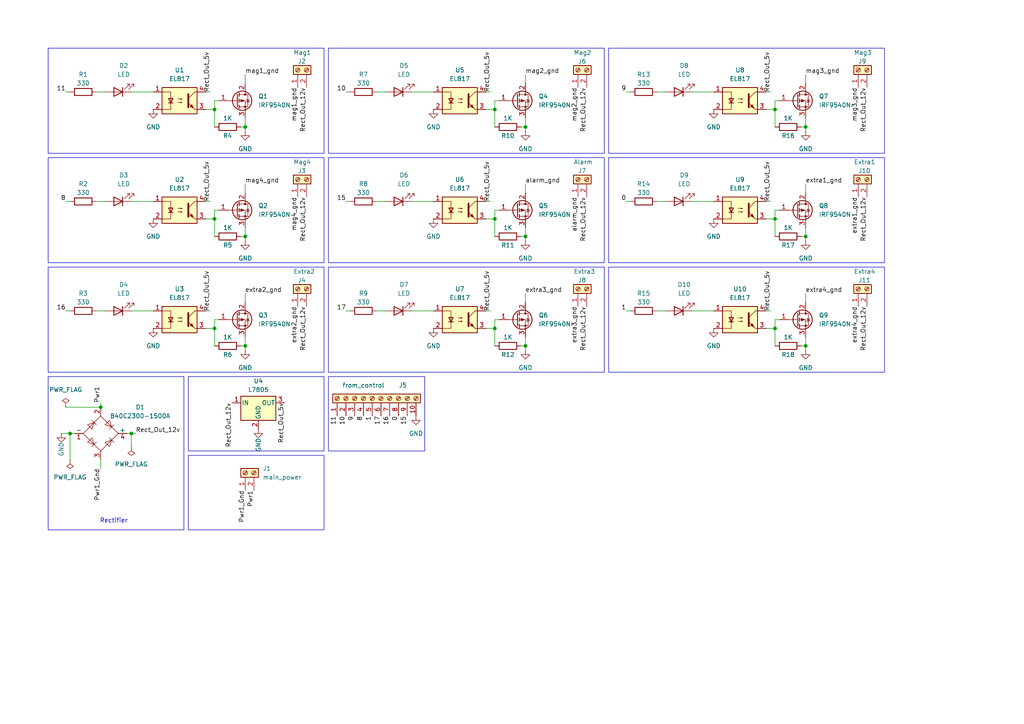
<source format=kicad_sch>
(kicad_sch (version 20231120) (generator "eeschema") (generator_version "8.0")
  (paper "A4")
  (lib_symbols
    (symbol "Connector:Screw_Terminal_01x02" (pin_names (offset 1.016) hide)
      (property "Reference" "J" (at 0 2.54 0))
      (property "Value" "Screw_Terminal_01x02" (at 0 -5.08 0))
      (symbol "Screw_Terminal_01x02_1_1"
        (rectangle (start -1.27 1.27) (end 1.27 -3.81) (stroke (width 0.254)) (fill (type background)))
        (circle (center 0 -2.54) (radius 0.635) (stroke (width 0.1524)))
        (polyline (pts (xy -0.5334 -2.2098) (xy 0.3302 -3.048)) (stroke (width 0.1524)))
        (polyline (pts (xy -0.5334 0.3302) (xy 0.3302 -0.508)) (stroke (width 0.1524)))
        (polyline (pts (xy -0.3556 -2.032) (xy 0.508 -2.8702)) (stroke (width 0.1524)))
        (polyline (pts (xy -0.3556 0.508) (xy 0.508 -0.3302)) (stroke (width 0.1524)))
        (circle (center 0 0) (radius 0.635) (stroke (width 0.1524)))
        (pin passive line (at -5.08 0 0) (length 3.81) (name "Pin_1") (number "1"))
        (pin passive line (at -5.08 -2.54 0) (length 3.81) (name "Pin_2") (number "2"))
      )
    )
    (symbol "Connector:Screw_Terminal_01x10" (pin_names (offset 1.016) hide)
      (property "Reference" "J" (at 0 12.7 0))
      (property "Value" "Screw_Terminal_01x10" (at 0 -15.24 0))
      (symbol "Screw_Terminal_01x10_1_1"
        (rectangle (start -1.27 11.43) (end 1.27 -13.97) (stroke (width 0.254)) (fill (type background)))
        (circle (center 0 -12.7) (radius 0.635) (stroke (width 0.1524)))
        (circle (center 0 -10.16) (radius 0.635) (stroke (width 0.1524)))
        (circle (center 0 -7.62) (radius 0.635) (stroke (width 0.1524)))
        (circle (center 0 -5.08) (radius 0.635) (stroke (width 0.1524)))
        (circle (center 0 -2.54) (radius 0.635) (stroke (width 0.1524)))
        (polyline (pts (xy -0.5334 -12.3698) (xy 0.3302 -13.208)) (stroke (width 0.1524)))
        (polyline (pts (xy -0.5334 -9.8298) (xy 0.3302 -10.668)) (stroke (width 0.1524)))
        (polyline (pts (xy -0.5334 -7.2898) (xy 0.3302 -8.128)) (stroke (width 0.1524)))
        (polyline (pts (xy -0.5334 -4.7498) (xy 0.3302 -5.588)) (stroke (width 0.1524)))
        (polyline (pts (xy -0.5334 -2.2098) (xy 0.3302 -3.048)) (stroke (width 0.1524)))
        (polyline (pts (xy -0.5334 0.3302) (xy 0.3302 -0.508)) (stroke (width 0.1524)))
        (polyline (pts (xy -0.5334 2.8702) (xy 0.3302 2.032)) (stroke (width 0.1524)))
        (polyline (pts (xy -0.5334 5.4102) (xy 0.3302 4.572)) (stroke (width 0.1524)))
        (polyline (pts (xy -0.5334 7.9502) (xy 0.3302 7.112)) (stroke (width 0.1524)))
        (polyline (pts (xy -0.5334 10.4902) (xy 0.3302 9.652)) (stroke (width 0.1524)))
        (polyline (pts (xy -0.3556 -12.192) (xy 0.508 -13.0302)) (stroke (width 0.1524)))
        (polyline (pts (xy -0.3556 -9.652) (xy 0.508 -10.4902)) (stroke (width 0.1524)))
        (polyline (pts (xy -0.3556 -7.112) (xy 0.508 -7.9502)) (stroke (width 0.1524)))
        (polyline (pts (xy -0.3556 -4.572) (xy 0.508 -5.4102)) (stroke (width 0.1524)))
        (polyline (pts (xy -0.3556 -2.032) (xy 0.508 -2.8702)) (stroke (width 0.1524)))
        (polyline (pts (xy -0.3556 0.508) (xy 0.508 -0.3302)) (stroke (width 0.1524)))
        (polyline (pts (xy -0.3556 3.048) (xy 0.508 2.2098)) (stroke (width 0.1524)))
        (polyline (pts (xy -0.3556 5.588) (xy 0.508 4.7498)) (stroke (width 0.1524)))
        (polyline (pts (xy -0.3556 8.128) (xy 0.508 7.2898)) (stroke (width 0.1524)))
        (polyline (pts (xy -0.3556 10.668) (xy 0.508 9.8298)) (stroke (width 0.1524)))
        (circle (center 0 0) (radius 0.635) (stroke (width 0.1524)))
        (circle (center 0 2.54) (radius 0.635) (stroke (width 0.1524)))
        (circle (center 0 5.08) (radius 0.635) (stroke (width 0.1524)))
        (circle (center 0 7.62) (radius 0.635) (stroke (width 0.1524)))
        (circle (center 0 10.16) (radius 0.635) (stroke (width 0.1524)))
        (pin passive line (at -5.08 10.16 0) (length 3.81) (name "Pin_1") (number "1"))
        (pin passive line (at -5.08 -12.7 0) (length 3.81) (name "Pin_10") (number "10"))
        (pin passive line (at -5.08 7.62 0) (length 3.81) (name "Pin_2") (number "2"))
        (pin passive line (at -5.08 5.08 0) (length 3.81) (name "Pin_3") (number "3"))
        (pin passive line (at -5.08 2.54 0) (length 3.81) (name "Pin_4") (number "4"))
        (pin passive line (at -5.08 0 0) (length 3.81) (name "Pin_5") (number "5"))
        (pin passive line (at -5.08 -2.54 0) (length 3.81) (name "Pin_6") (number "6"))
        (pin passive line (at -5.08 -5.08 0) (length 3.81) (name "Pin_7") (number "7"))
        (pin passive line (at -5.08 -7.62 0) (length 3.81) (name "Pin_8") (number "8"))
        (pin passive line (at -5.08 -10.16 0) (length 3.81) (name "Pin_9") (number "9"))
      )
    )
    (symbol "Device:LED" (pin_numbers hide) (pin_names (offset 1.016) hide)
      (property "Reference" "D" (at 0 2.54 0))
      (property "Value" "LED" (at 0 -2.54 0))
      (symbol "LED_0_1"
        (polyline (pts (xy -1.27 -1.27) (xy -1.27 1.27)) (stroke (width 0.254)))
        (polyline (pts (xy -1.27 0) (xy 1.27 0)))
        (polyline (pts (xy 1.27 -1.27) (xy 1.27 1.27) (xy -1.27 0) (xy 1.27 -1.27)) (stroke (width 0.254)))
        (polyline (pts (xy -3.048 -0.762) (xy -4.572 -2.286) (xy -3.81 -2.286) (xy -4.572 -2.286) (xy -4.572 -1.524)))
        (polyline (pts (xy -1.778 -0.762) (xy -3.302 -2.286) (xy -2.54 -2.286) (xy -3.302 -2.286) (xy -3.302 -1.524)))
      )
      (symbol "LED_1_1"
        (pin passive line (at -3.81 0 0) (length 2.54) (name "K") (number "1"))
        (pin passive line (at 3.81 0 180) (length 2.54) (name "A") (number "2"))
      )
    )
    (symbol "Device:R" (pin_numbers hide) (pin_names (offset 0))
      (property "Reference" "R" (at 2.032 0 90))
      (property "Value" "R" (at 0 0 90))
      (symbol "R_0_1"
        (rectangle (start -1.016 -2.54) (end 1.016 2.54) (stroke (width 0.254)))
      )
      (symbol "R_1_1"
        (pin passive line (at 0 3.81 270) (length 1.27) (name "~") (number "1"))
        (pin passive line (at 0 -3.81 90) (length 1.27) (name "~") (number "2"))
      )
    )
    (symbol "Diode_Bridge:B40C2300-1500A" (pin_names (offset 0))
      (property "Reference" "D" (at 2.54 6.985 0))
      (property "Value" "B40C2300-1500A" (at 2.54 5.08 0))
      (symbol "B40C2300-1500A_0_1"
        (polyline (pts (xy -2.54 3.81) (xy -1.27 2.54)))
        (polyline (pts (xy -1.27 -2.54) (xy -2.54 -3.81)))
        (polyline (pts (xy 2.54 -1.27) (xy 3.81 -2.54)))
        (polyline (pts (xy 2.54 1.27) (xy 3.81 2.54)))
        (polyline (pts (xy -3.81 2.54) (xy -2.54 1.27) (xy -1.905 3.175) (xy -3.81 2.54)))
        (polyline (pts (xy -2.54 -1.27) (xy -3.81 -2.54) (xy -1.905 -3.175) (xy -2.54 -1.27)))
        (polyline (pts (xy 1.27 2.54) (xy 2.54 3.81) (xy 3.175 1.905) (xy 1.27 2.54)))
        (polyline (pts (xy 3.175 -1.905) (xy 1.27 -2.54) (xy 2.54 -3.81) (xy 3.175 -1.905)))
        (polyline (pts (xy -5.08 0) (xy 0 -5.08) (xy 5.08 0) (xy 0 5.08) (xy -5.08 0)))
      )
      (symbol "B40C2300-1500A_1_1"
        (pin passive line (at -7.62 0 0) (length 2.54) (name "-") (number "1"))
        (pin passive line (at 0 7.62 270) (length 2.54) (name "~") (number "2"))
        (pin passive line (at 0 -7.62 90) (length 2.54) (name "~") (number "3"))
        (pin passive line (at 7.62 0 180) (length 2.54) (name "+") (number "4"))
      )
    )
    (symbol "Isolator:EL817" (pin_names (offset 1.016))
      (property "Reference" "U" (at -5.08 5.08 0))
      (property "Value" "EL817" (at 0 5.08 0))
      (symbol "EL817_0_1"
        (rectangle (start -5.08 3.81) (end 5.08 -3.81) (stroke (width 0.254)) (fill (type background)))
        (polyline (pts (xy -3.175 -0.635) (xy -1.905 -0.635)) (stroke (width 0.254)))
        (polyline (pts (xy 2.54 0.635) (xy 4.445 2.54)))
        (polyline (pts (xy 4.445 -2.54) (xy 2.54 -0.635)) (fill (type outline)))
        (polyline (pts (xy 4.445 -2.54) (xy 5.08 -2.54)))
        (polyline (pts (xy 4.445 2.54) (xy 5.08 2.54)))
        (polyline (pts (xy -5.08 2.54) (xy -2.54 2.54) (xy -2.54 -0.635)))
        (polyline (pts (xy -2.54 -0.635) (xy -2.54 -2.54) (xy -5.08 -2.54)))
        (polyline (pts (xy 2.54 1.905) (xy 2.54 -1.905) (xy 2.54 -1.905)) (stroke (width 0.508)))
        (polyline (pts (xy -2.54 -0.635) (xy -3.175 0.635) (xy -1.905 0.635) (xy -2.54 -0.635)) (stroke (width 0.254)))
        (polyline (pts (xy -0.508 -0.508) (xy 0.762 -0.508) (xy 0.381 -0.635) (xy 0.381 -0.381) (xy 0.762 -0.508)))
        (polyline (pts (xy -0.508 0.508) (xy 0.762 0.508) (xy 0.381 0.381) (xy 0.381 0.635) (xy 0.762 0.508)))
        (polyline (pts (xy 3.048 -1.651) (xy 3.556 -1.143) (xy 4.064 -2.159) (xy 3.048 -1.651) (xy 3.048 -1.651)) (fill (type outline)))
      )
      (symbol "EL817_1_1"
        (pin passive line (at -7.62 2.54 0) (length 2.54) (name "~") (number "1"))
        (pin passive line (at -7.62 -2.54 0) (length 2.54) (name "~") (number "2"))
        (pin passive line (at 7.62 -2.54 180) (length 2.54) (name "~") (number "3"))
        (pin passive line (at 7.62 2.54 180) (length 2.54) (name "~") (number "4"))
      )
    )
    (symbol "Regulator_Linear:L7805" (pin_names (offset 0.254))
      (property "Reference" "U" (at -3.81 3.175 0))
      (property "Value" "L7805" (at 0 3.175 0))
      (symbol "L7805_0_1"
        (rectangle (start -5.08 1.905) (end 5.08 -5.08) (stroke (width 0.254)) (fill (type background)))
      )
      (symbol "L7805_1_1"
        (pin power_in line (at -7.62 0 0) (length 2.54) (name "IN") (number "1"))
        (pin power_in line (at 0 -7.62 90) (length 2.54) (name "GND") (number "2"))
        (pin power_out line (at 7.62 0 180) (length 2.54) (name "OUT") (number "3"))
      )
    )
    (symbol "Transistor_FET:IRF9540N" (pin_names hide)
      (property "Reference" "Q" (at 5.08 1.905 0))
      (property "Value" "IRF9540N" (at 5.08 0 0))
      (symbol "IRF9540N_0_1"
        (polyline (pts (xy 0.254 0) (xy -2.54 0)))
        (polyline (pts (xy 0.254 1.905) (xy 0.254 -1.905)) (stroke (width 0.254)))
        (polyline (pts (xy 0.762 -1.27) (xy 0.762 -2.286)) (stroke (width 0.254)))
        (polyline (pts (xy 0.762 0.508) (xy 0.762 -0.508)) (stroke (width 0.254)))
        (polyline (pts (xy 0.762 2.286) (xy 0.762 1.27)) (stroke (width 0.254)))
        (polyline (pts (xy 2.54 2.54) (xy 2.54 1.778)))
        (polyline (pts (xy 2.54 -2.54) (xy 2.54 0) (xy 0.762 0)))
        (polyline (pts (xy 0.762 1.778) (xy 3.302 1.778) (xy 3.302 -1.778) (xy 0.762 -1.778)))
        (polyline (pts (xy 2.286 0) (xy 1.27 0.381) (xy 1.27 -0.381) (xy 2.286 0)) (fill (type outline)))
        (polyline (pts (xy 2.794 -0.508) (xy 2.921 -0.381) (xy 3.683 -0.381) (xy 3.81 -0.254)))
        (polyline (pts (xy 3.302 -0.381) (xy 2.921 0.254) (xy 3.683 0.254) (xy 3.302 -0.381)))
        (circle (center 1.651 0) (radius 2.794) (stroke (width 0.254)))
        (circle (center 2.54 -1.778) (radius 0.254) (fill (type outline)))
        (circle (center 2.54 1.778) (radius 0.254) (fill (type outline)))
      )
      (symbol "IRF9540N_1_1"
        (pin input line (at -5.08 0 0) (length 2.54) (name "G") (number "1"))
        (pin passive line (at 2.54 5.08 270) (length 2.54) (name "D") (number "2"))
        (pin passive line (at 2.54 -5.08 90) (length 2.54) (name "S") (number "3"))
      )
    )
    (symbol "power:GND" (power) (pin_numbers hide) (pin_names (offset 0) hide)
      (property "Value" "GND" (at 0 -3.81 0))
      (symbol "GND_0_1"
        (polyline (pts (xy 0 0) (xy 0 -1.27) (xy 1.27 -1.27) (xy 0 -2.54) (xy -1.27 -1.27) (xy 0 -1.27)))
      )
      (symbol "GND_1_1"
        (pin power_in line (at 0 0 270) (length 0) (name "~") (number "1"))
      )
    )
    (symbol "power:PWR_FLAG" (power) (pin_numbers hide) (pin_names (offset 0) hide)
      (property "Value" "PWR_FLAG" (at 0 3.81 0))
      (symbol "PWR_FLAG_0_0"
        (pin power_out line (at 0 0 90) (length 0) (name "~") (number "1"))
      )
      (symbol "PWR_FLAG_0_1"
        (polyline (pts (xy 0 0) (xy 0 1.27) (xy -1.016 1.905) (xy 0 2.54) (xy 1.016 1.905) (xy 0 1.27)))
      )
    )
  )
  (junction (at 62.23 31.75))
  (junction (at 233.68 68.58))
  (junction (at 143.51 95.25))
  (junction (at 152.4 68.58))
  (junction (at 224.79 31.75))
  (junction (at 224.79 95.25))
  (junction (at 233.68 36.83))
  (junction (at 71.12 68.58))
  (junction (at 71.12 100.33))
  (junction (at 233.68 100.33))
  (junction (at 38.1 125.73))
  (junction (at 143.51 63.5))
  (junction (at 62.23 63.5))
  (junction (at 224.79 63.5))
  (junction (at 62.23 95.25))
  (junction (at 71.12 36.83))
  (junction (at 29.21 118.11))
  (junction (at 20.32 125.73))
  (junction (at 152.4 36.83))
  (junction (at 143.51 31.75))
  (junction (at 152.4 100.33))
  (wire (pts (xy 152.4 36.83) (xy 152.4 34.29)))
  (wire (pts (xy 19.05 118.11) (xy 29.21 118.11)))
  (wire (pts (xy 224.79 31.75) (xy 224.79 36.83)))
  (wire (pts (xy 109.22 26.67) (xy 111.76 26.67)))
  (wire (pts (xy 143.51 95.25) (xy 143.51 100.33)))
  (wire (pts (xy 152.4 21.59) (xy 152.4 24.13)))
  (wire (pts (xy 143.51 60.96) (xy 143.51 63.5)))
  (wire (pts (xy 71.12 68.58) (xy 71.12 66.04)))
  (wire (pts (xy 233.68 36.83) (xy 233.68 34.29)))
  (wire (pts (xy 224.79 95.25) (xy 224.79 100.33)))
  (wire (pts (xy 62.23 63.5) (xy 59.69 63.5)))
  (wire (pts (xy 233.68 69.85) (xy 233.68 68.58)))
  (wire (pts (xy 60.96 90.17) (xy 59.69 90.17)))
  (wire (pts (xy 224.79 31.75) (xy 222.25 31.75)))
  (wire (pts (xy 224.79 29.21) (xy 224.79 31.75)))
  (wire (pts (xy 71.12 36.83) (xy 71.12 34.29)))
  (wire (pts (xy 200.66 90.17) (xy 207.01 90.17)))
  (wire (pts (xy 152.4 38.1) (xy 152.4 36.83)))
  (wire (pts (xy 233.68 101.6) (xy 233.68 100.33)))
  (wire (pts (xy 232.41 36.83) (xy 233.68 36.83)))
  (wire (pts (xy 100.33 90.17) (xy 101.6 90.17)))
  (wire (pts (xy 38.1 58.42) (xy 44.45 58.42)))
  (wire (pts (xy 71.12 101.6) (xy 71.12 100.33)))
  (wire (pts (xy 233.68 85.09) (xy 233.68 87.63)))
  (wire (pts (xy 223.52 90.17) (xy 222.25 90.17)))
  (wire (pts (xy 63.5 60.96) (xy 62.23 60.96)))
  (wire (pts (xy 109.22 90.17) (xy 111.76 90.17)))
  (wire (pts (xy 143.51 63.5) (xy 140.97 63.5)))
  (wire (pts (xy 19.05 58.42) (xy 20.32 58.42)))
  (wire (pts (xy 69.85 100.33) (xy 71.12 100.33)))
  (wire (pts (xy 62.23 31.75) (xy 59.69 31.75)))
  (wire (pts (xy 69.85 68.58) (xy 71.12 68.58)))
  (wire (pts (xy 69.85 36.83) (xy 71.12 36.83)))
  (wire (pts (xy 233.68 38.1) (xy 233.68 36.83)))
  (wire (pts (xy 233.68 68.58) (xy 233.68 66.04)))
  (wire (pts (xy 38.1 90.17) (xy 44.45 90.17)))
  (wire (pts (xy 62.23 95.25) (xy 62.23 100.33)))
  (wire (pts (xy 71.12 85.09) (xy 71.12 87.63)))
  (wire (pts (xy 38.1 125.73) (xy 36.83 125.73)))
  (wire (pts (xy 20.32 125.73) (xy 21.59 125.73)))
  (wire (pts (xy 144.78 92.71) (xy 143.51 92.71)))
  (wire (pts (xy 143.51 29.21) (xy 143.51 31.75)))
  (wire (pts (xy 62.23 63.5) (xy 62.23 68.58)))
  (wire (pts (xy 223.52 26.67) (xy 222.25 26.67)))
  (wire (pts (xy 60.96 58.42) (xy 59.69 58.42)))
  (wire (pts (xy 224.79 92.71) (xy 224.79 95.25)))
  (wire (pts (xy 63.5 29.21) (xy 62.23 29.21)))
  (wire (pts (xy 143.51 92.71) (xy 143.51 95.25)))
  (wire (pts (xy 190.5 58.42) (xy 193.04 58.42)))
  (wire (pts (xy 62.23 29.21) (xy 62.23 31.75)))
  (wire (pts (xy 71.12 69.85) (xy 71.12 68.58)))
  (wire (pts (xy 27.94 26.67) (xy 30.48 26.67)))
  (wire (pts (xy 27.94 90.17) (xy 30.48 90.17)))
  (wire (pts (xy 20.32 125.73) (xy 20.32 133.35)))
  (wire (pts (xy 109.22 58.42) (xy 111.76 58.42)))
  (wire (pts (xy 71.12 53.34) (xy 71.12 55.88)))
  (wire (pts (xy 233.68 100.33) (xy 233.68 97.79)))
  (wire (pts (xy 142.24 58.42) (xy 140.97 58.42)))
  (wire (pts (xy 152.4 101.6) (xy 152.4 100.33)))
  (wire (pts (xy 143.51 95.25) (xy 140.97 95.25)))
  (wire (pts (xy 143.51 31.75) (xy 140.97 31.75)))
  (wire (pts (xy 119.38 58.42) (xy 125.73 58.42)))
  (wire (pts (xy 39.37 125.73) (xy 38.1 125.73)))
  (wire (pts (xy 144.78 29.21) (xy 143.51 29.21)))
  (wire (pts (xy 200.66 58.42) (xy 207.01 58.42)))
  (wire (pts (xy 142.24 26.67) (xy 140.97 26.67)))
  (wire (pts (xy 224.79 60.96) (xy 224.79 63.5)))
  (wire (pts (xy 233.68 21.59) (xy 233.68 24.13)))
  (wire (pts (xy 62.23 92.71) (xy 62.23 95.25)))
  (wire (pts (xy 232.41 68.58) (xy 233.68 68.58)))
  (wire (pts (xy 62.23 60.96) (xy 62.23 63.5)))
  (wire (pts (xy 226.06 92.71) (xy 224.79 92.71)))
  (wire (pts (xy 151.13 100.33) (xy 152.4 100.33)))
  (wire (pts (xy 232.41 100.33) (xy 233.68 100.33)))
  (wire (pts (xy 119.38 90.17) (xy 125.73 90.17)))
  (wire (pts (xy 71.12 38.1) (xy 71.12 36.83)))
  (wire (pts (xy 29.21 116.84) (xy 29.21 118.11)))
  (wire (pts (xy 63.5 92.71) (xy 62.23 92.71)))
  (wire (pts (xy 151.13 68.58) (xy 152.4 68.58)))
  (wire (pts (xy 152.4 85.09) (xy 152.4 87.63)))
  (wire (pts (xy 27.94 58.42) (xy 30.48 58.42)))
  (wire (pts (xy 152.4 100.33) (xy 152.4 97.79)))
  (wire (pts (xy 151.13 36.83) (xy 152.4 36.83)))
  (wire (pts (xy 71.12 100.33) (xy 71.12 97.79)))
  (wire (pts (xy 19.05 26.67) (xy 20.32 26.67)))
  (wire (pts (xy 224.79 63.5) (xy 224.79 68.58)))
  (wire (pts (xy 119.38 26.67) (xy 125.73 26.67)))
  (wire (pts (xy 190.5 90.17) (xy 193.04 90.17)))
  (wire (pts (xy 38.1 125.73) (xy 38.1 129.54)))
  (wire (pts (xy 223.52 58.42) (xy 222.25 58.42)))
  (wire (pts (xy 190.5 26.67) (xy 193.04 26.67)))
  (wire (pts (xy 71.12 21.59) (xy 71.12 24.13)))
  (wire (pts (xy 29.21 135.89) (xy 29.21 133.35)))
  (wire (pts (xy 142.24 90.17) (xy 140.97 90.17)))
  (wire (pts (xy 38.1 26.67) (xy 44.45 26.67)))
  (wire (pts (xy 152.4 68.58) (xy 152.4 66.04)))
  (wire (pts (xy 181.61 58.42) (xy 182.88 58.42)))
  (wire (pts (xy 200.66 26.67) (xy 207.01 26.67)))
  (wire (pts (xy 224.79 95.25) (xy 222.25 95.25)))
  (wire (pts (xy 100.33 58.42) (xy 101.6 58.42)))
  (wire (pts (xy 226.06 60.96) (xy 224.79 60.96)))
  (wire (pts (xy 233.68 53.34) (xy 233.68 55.88)))
  (wire (pts (xy 143.51 31.75) (xy 143.51 36.83)))
  (wire (pts (xy 17.78 125.73) (xy 20.32 125.73)))
  (wire (pts (xy 60.96 26.67) (xy 59.69 26.67)))
  (wire (pts (xy 181.61 90.17) (xy 182.88 90.17)))
  (wire (pts (xy 144.78 60.96) (xy 143.51 60.96)))
  (wire (pts (xy 152.4 69.85) (xy 152.4 68.58)))
  (wire (pts (xy 226.06 29.21) (xy 224.79 29.21)))
  (wire (pts (xy 19.05 90.17) (xy 20.32 90.17)))
  (wire (pts (xy 143.51 63.5) (xy 143.51 68.58)))
  (wire (pts (xy 62.23 95.25) (xy 59.69 95.25)))
  (wire (pts (xy 181.61 26.67) (xy 182.88 26.67)))
  (wire (pts (xy 152.4 53.34) (xy 152.4 55.88)))
  (wire (pts (xy 100.33 26.67) (xy 101.6 26.67)))
  (wire (pts (xy 62.23 31.75) (xy 62.23 36.83)))
  (wire (pts (xy 224.79 63.5) (xy 222.25 63.5)))
  (rectangle (start 13.97 13.97) (end 93.98 44.45))
  (rectangle (start 13.97 109.22) (end 53.34 153.67))
  (rectangle (start 95.25 109.22) (end 123.19 130.81))
  (rectangle (start 13.97 77.47) (end 93.98 107.95))
  (rectangle (start 95.25 77.47) (end 175.26 107.95))
  (rectangle (start 54.61 109.22) (end 93.98 130.81))
  (rectangle (start 176.53 77.47) (end 256.54 107.95))
  (rectangle (start 176.53 45.72) (end 256.54 76.2))
  (rectangle (start 54.61 132.08) (end 93.98 153.67))
  (rectangle (start 13.97 45.72) (end 93.98 76.2))
  (rectangle (start 176.53 13.97) (end 256.54 44.45))
  (rectangle (start 95.25 13.97) (end 175.26 44.45))
  (rectangle (start 95.25 45.72) (end 175.26 76.2))
  (text "Rectifier" (at 33.02 151.13 0) (effects (font (size 1.27 1.27))))
  (label "10" (at 100.33 120.65 270))
  (label "0" (at 181.61 58.42 180))
  (label "Rect_Out_12v" (at 88.9 88.9 270))
  (label "alarm_gnd" (at 152.4 53.34 0))
  (label "extra4_gnd" (at 248.92 88.9 270))
  (label "8" (at 19.05 58.42 180))
  (label "1" (at 107.95 120.65 270))
  (label "Rect_Out_5v" (at 223.52 90.17 90))
  (label "mag1_gnd" (at 71.12 21.59 0))
  (label "11" (at 19.05 26.67 180))
  (label "extra3_gnd" (at 167.64 88.9 270))
  (label "mag1_gnd" (at 86.36 25.4 270))
  (label "extra1_gnd" (at 233.68 53.34 0))
  (label "mag4_gnd" (at 71.12 53.34 0))
  (label "Rect_Out_5v" (at 142.24 26.67 90))
  (label "mag3_gnd" (at 233.68 21.59 0))
  (label "16" (at 113.03 120.65 270))
  (label "10" (at 100.33 26.67 180))
  (label "Rect_Out_5v" (at 82.55 116.84 270))
  (label "Rect_Out_5v" (at 223.52 58.42 90))
  (label "Rect_Out_5v" (at 142.24 90.17 90))
  (label "Rect_Out_12v" (at 251.46 88.9 270))
  (label "9" (at 102.87 120.65 270))
  (label "Pwr1" (at 29.21 116.84 90))
  (label "Rect_Out_5v" (at 223.52 26.67 90))
  (label "mag2_gnd" (at 167.64 25.4 270))
  (label "extra2_gnd" (at 86.36 88.9 270))
  (label "0" (at 115.57 120.65 270))
  (label "Rect_Out_5v" (at 60.96 58.42 90))
  (label "17" (at 110.49 120.65 270))
  (label "Rect_Out_12v" (at 88.9 25.4 270))
  (label "mag4_gnd" (at 86.36 57.15 270))
  (label "1" (at 181.61 90.17 180))
  (label "Rect_Out_12v" (at 170.18 88.9 270))
  (label "mag2_gnd" (at 152.4 21.59 0))
  (label "Rect_Out_5v" (at 60.96 26.67 90))
  (label "15" (at 118.11 120.65 270))
  (label "17" (at 100.33 90.17 180))
  (label "11" (at 97.79 120.65 270))
  (label "Rect_Out_12v" (at 251.46 57.15 270))
  (label "alarm_gnd" (at 167.64 57.15 270))
  (label "extra4_gnd" (at 233.68 85.09 0))
  (label "extra2_gnd" (at 71.12 85.09 0))
  (label "Rect_Out_12v" (at 170.18 57.15 270))
  (label "Pwr1_Gnd" (at 71.12 142.24 270))
  (label "extra3_gnd" (at 152.4 85.09 0))
  (label "Pwr1_Gnd" (at 29.21 135.89 270))
  (label "Rect_Out_12v" (at 67.31 116.84 270))
  (label "Rect_Out_12v" (at 251.46 25.4 270))
  (label "mag3_gnd" (at 248.92 25.4 270))
  (label "Rect_Out_5v" (at 142.24 58.42 90))
  (label "16" (at 19.05 90.17 180))
  (label "extra1_gnd" (at 248.92 57.15 270))
  (label "8" (at 105.41 120.65 270))
  (label "Pwr1" (at 73.66 142.24 270))
  (label "Rect_Out_12v" (at 39.37 125.73 0))
  (label "9" (at 181.61 26.67 180))
  (label "Rect_Out_12v" (at 170.18 25.4 270))
  (label "15" (at 100.33 58.42 180))
  (label "Rect_Out_5v" (at 60.96 90.17 90))
  (label "Rect_Out_12v" (at 88.9 57.15 270))
  (symbol (lib_id "power:GND") (at 207.01 95.25 0) (unit 1)
    (property "Reference" "#PWR018" (effects (hide yes)))
    (property "Value" "GND" (at 207.01 100.33 0))
    (property "Description" "Power symbol creates a global label with name \"GND\" , ground" (effects (hide yes)))
  )
  (symbol (lib_id "power:PWR_FLAG") (at 19.05 118.11 0) (unit 1)
    (property "Reference" "#FLG01" (effects (hide yes)))
    (property "Value" "PWR_FLAG" (at 19.05 113.03 0))
    (property "Description" "Special symbol for telling ERC where power comes from" (effects (hide yes)))
  )
  (symbol (lib_id "Device:R") (at 228.6 36.83 90) (unit 1)
    (property "Reference" "R16" (at 228.6 39.37 90))
    (property "Value" "1K" (at 228.6 34.29 90))
    (property "Footprint" "Resistor_THT:R_Axial_DIN0204_L3.6mm_D1.6mm_P7.62mm_Horizontal" (effects (hide yes)))
    (property "Description" "Resistor" (effects (hide yes)))
  )
  (symbol (lib_id "Connector:Screw_Terminal_01x02") (at 71.12 137.16 90) (unit 1)
    (property "Reference" "J1" (at 76.2 135.8899 90) (effects (justify right)))
    (property "Value" "main_power" (at 76.2 138.4299 90) (effects (justify right)))
    (property "Footprint" "MyLibrary:TerminalBlock_bornier-2_P5.08mm" (effects (hide yes)))
    (property "Description" "Generic screw terminal, single row, 01x02, script generated (kicad-library-utils/schlib/autogen/connector/)" (effects (hide yes)))
  )
  (symbol (lib_id "power:GND") (at 207.01 31.75 0) (unit 1)
    (property "Reference" "#PWR016" (effects (hide yes)))
    (property "Value" "GND" (at 207.01 36.83 0))
    (property "Description" "Power symbol creates a global label with name \"GND\" , ground" (effects (hide yes)))
  )
  (symbol (lib_id "Isolator:EL817") (at 133.35 29.21 0) (unit 1)
    (property "Reference" "U5" (at 133.35 20.32 0))
    (property "Value" "EL817" (at 133.35 22.86 0))
    (property "Footprint" "Package_DIP:DIP-4_W7.62mm" (effects (hide yes)))
    (property "Datasheet" "http://www.everlight.com/file/ProductFile/EL817.pdf" (effects (hide yes)))
    (property "Description" "DC Optocoupler, Vce 35V, DIP-4" (effects (hide yes)))
  )
  (symbol (lib_id "Device:R") (at 186.69 58.42 90) (unit 1)
    (property "Reference" "R14" (at 186.69 53.34 90))
    (property "Value" "330" (at 186.69 55.88 90))
    (property "Footprint" "Resistor_THT:R_Axial_DIN0204_L3.6mm_D1.6mm_P7.62mm_Horizontal" (effects (hide yes)))
    (property "Description" "Resistor" (effects (hide yes)))
  )
  (symbol (lib_id "Device:R") (at 147.32 68.58 90) (unit 1)
    (property "Reference" "R11" (at 147.32 71.12 90))
    (property "Value" "1K" (at 147.32 66.04 90))
    (property "Footprint" "Resistor_THT:R_Axial_DIN0204_L3.6mm_D1.6mm_P7.62mm_Horizontal" (effects (hide yes)))
    (property "Description" "Resistor" (effects (hide yes)))
  )
  (symbol (lib_id "power:GND") (at 74.93 124.46 0) (mirror y) (unit 1)
    (property "Reference" "#PWR08" (effects (hide yes)))
    (property "Value" "GND" (at 74.93 127 90) (effects (justify right)))
    (property "Description" "Power symbol creates a global label with name \"GND\" , ground" (effects (hide yes)))
  )
  (symbol (lib_id "power:GND") (at 17.78 125.73 0) (mirror y) (unit 1)
    (property "Reference" "#PWR01" (effects (hide yes)))
    (property "Value" "GND" (at 17.78 128.27 90) (effects (justify right)))
    (property "Description" "Power symbol creates a global label with name \"GND\" , ground" (effects (hide yes)))
  )
  (symbol (lib_id "power:GND") (at 44.45 63.5 0) (unit 1)
    (property "Reference" "#PWR03" (effects (hide yes)))
    (property "Value" "GND" (at 44.45 68.58 0))
    (property "Description" "Power symbol creates a global label with name \"GND\" , ground" (effects (hide yes)))
  )
  (symbol (lib_id "Device:LED") (at 34.29 26.67 180) (unit 1)
    (property "Reference" "D2" (at 35.8775 19.05 0))
    (property "Value" "LED" (at 35.8775 21.59 0))
    (property "Footprint" "LED_THT:LED_D3.0mm" (effects (hide yes)))
    (property "Description" "Light emitting diode" (effects (hide yes)))
  )
  (symbol (lib_id "Device:R") (at 66.04 68.58 90) (unit 1)
    (property "Reference" "R5" (at 66.04 71.12 90))
    (property "Value" "1K" (at 66.04 66.04 90))
    (property "Footprint" "Resistor_THT:R_Axial_DIN0204_L3.6mm_D1.6mm_P7.62mm_Horizontal" (effects (hide yes)))
    (property "Description" "Resistor" (effects (hide yes)))
  )
  (symbol (lib_id "Transistor_FET:IRF9540N") (at 149.86 29.21 0) (unit 1)
    (property "Reference" "Q4" (at 156.21 27.9399 0) (effects (justify left)))
    (property "Value" "IRF9540N" (at 156.21 30.4799 0) (effects (justify left)))
    (property "Footprint" "Package_TO_SOT_THT:TO-220-3_Vertical" (effects (hide yes)))
    (property "Datasheet" "http://www.irf.com/product-info/datasheets/data/irf9540n.pdf" (effects (hide yes)))
    (property "Description" "-23A Id, -100V Vds, 117mOhm Rds, P-Channel HEXFET Power MOSFET, TO-220" (effects (hide yes)))
  )
  (symbol (lib_id "Device:R") (at 24.13 58.42 90) (unit 1)
    (property "Reference" "R2" (at 24.13 53.34 90))
    (property "Value" "330" (at 24.13 55.88 90))
    (property "Footprint" "Resistor_THT:R_Axial_DIN0204_L3.6mm_D1.6mm_P7.62mm_Horizontal" (effects (hide yes)))
    (property "Description" "Resistor" (effects (hide yes)))
  )
  (symbol (lib_id "Device:LED") (at 115.57 90.17 180) (unit 1)
    (property "Reference" "D7" (at 117.1575 82.55 0))
    (property "Value" "LED" (at 117.1575 85.09 0))
    (property "Footprint" "LED_THT:LED_D3.0mm" (effects (hide yes)))
    (property "Description" "Light emitting diode" (effects (hide yes)))
  )
  (symbol (lib_id "Connector:Screw_Terminal_01x02") (at 86.36 83.82 90) (unit 1)
    (property "Reference" "J4" (at 86.36 81.28 90) (effects (justify right)))
    (property "Value" "Extra2" (at 85.09 78.74 90) (effects (justify right)))
    (property "Footprint" "MyLibrary:TerminalBlock_bornier-2_P5.08mm" (effects (hide yes)))
    (property "Description" "Generic screw terminal, single row, 01x02, script generated (kicad-library-utils/schlib/autogen/connector/)" (effects (hide yes)))
  )
  (symbol (lib_id "Device:LED") (at 115.57 26.67 180) (unit 1)
    (property "Reference" "D5" (at 117.1575 19.05 0))
    (property "Value" "LED" (at 117.1575 21.59 0))
    (property "Footprint" "LED_THT:LED_D3.0mm" (effects (hide yes)))
    (property "Description" "Light emitting diode" (effects (hide yes)))
  )
  (symbol (lib_id "Device:R") (at 147.32 36.83 90) (unit 1)
    (property "Reference" "R10" (at 147.32 39.37 90))
    (property "Value" "1K" (at 147.32 34.29 90))
    (property "Footprint" "Resistor_THT:R_Axial_DIN0204_L3.6mm_D1.6mm_P7.62mm_Horizontal" (effects (hide yes)))
    (property "Description" "Resistor" (effects (hide yes)))
  )
  (symbol (lib_id "Diode_Bridge:B40C2300-1500A") (at 29.21 125.73 0) (unit 1)
    (property "Reference" "D1" (at 40.64 118.11 0))
    (property "Value" "B40C2300-1500A" (at 40.64 120.65 0))
    (property "Footprint" "Diode_THT:Diode_Bridge_19.0x3.5x10.0mm_P5.0mm" (effects (hide yes)))
    (property "Datasheet" "https://diotec.com/tl_files/diotec/files/pdf/datasheets/b40c2300.pdf" (effects (hide yes)))
    (property "Description" "Silicon Bridge Rectifier, 40V Vrms, 1.5A If, pins=-AA+, SIL-package" (effects (hide yes)))
  )
  (symbol (lib_id "Isolator:EL817") (at 133.35 92.71 0) (unit 1)
    (property "Reference" "U7" (at 133.35 83.82 0))
    (property "Value" "EL817" (at 133.35 86.36 0))
    (property "Footprint" "Package_DIP:DIP-4_W7.62mm" (effects (hide yes)))
    (property "Datasheet" "http://www.everlight.com/file/ProductFile/EL817.pdf" (effects (hide yes)))
    (property "Description" "DC Optocoupler, Vce 35V, DIP-4" (effects (hide yes)))
  )
  (symbol (lib_id "Connector:Screw_Terminal_01x02") (at 167.64 20.32 90) (unit 1)
    (property "Reference" "J6" (at 167.64 17.78 90) (effects (justify right)))
    (property "Value" "Mag2" (at 166.37 15.24 90) (effects (justify right)))
    (property "Footprint" "MyLibrary:TerminalBlock_bornier-2_P5.08mm" (effects (hide yes)))
    (property "Description" "Generic screw terminal, single row, 01x02, script generated (kicad-library-utils/schlib/autogen/connector/)" (effects (hide yes)))
  )
  (symbol (lib_id "power:GND") (at 233.68 38.1 0) (unit 1)
    (property "Reference" "#PWR019" (effects (hide yes)))
    (property "Value" "GND" (at 233.68 43.18 0))
    (property "Description" "Power symbol creates a global label with name \"GND\" , ground" (effects (hide yes)))
  )
  (symbol (lib_id "power:GND") (at 120.65 120.65 0) (unit 1)
    (property "Reference" "#PWR09" (effects (hide yes)))
    (property "Value" "GND" (at 120.65 125.73 0))
    (property "Description" "Power symbol creates a global label with name \"GND\" , ground" (effects (hide yes)))
  )
  (symbol (lib_id "Isolator:EL817") (at 133.35 60.96 0) (unit 1)
    (property "Reference" "U6" (at 133.35 52.07 0))
    (property "Value" "EL817" (at 133.35 54.61 0))
    (property "Footprint" "Package_DIP:DIP-4_W7.62mm" (effects (hide yes)))
    (property "Datasheet" "http://www.everlight.com/file/ProductFile/EL817.pdf" (effects (hide yes)))
    (property "Description" "DC Optocoupler, Vce 35V, DIP-4" (effects (hide yes)))
  )
  (symbol (lib_id "Connector:Screw_Terminal_01x02") (at 86.36 52.07 90) (unit 1)
    (property "Reference" "J3" (at 86.36 49.53 90) (effects (justify right)))
    (property "Value" "Mag4" (at 85.09 46.99 90) (effects (justify right)))
    (property "Footprint" "MyLibrary:TerminalBlock_bornier-2_P5.08mm" (effects (hide yes)))
    (property "Description" "Generic screw terminal, single row, 01x02, script generated (kicad-library-utils/schlib/autogen/connector/)" (effects (hide yes)))
  )
  (symbol (lib_id "power:PWR_FLAG") (at 38.1 129.54 180) (unit 1)
    (property "Reference" "#FLG03" (effects (hide yes)))
    (property "Value" "PWR_FLAG" (at 38.1 134.62 0))
    (property "Description" "Special symbol for telling ERC where power comes from" (effects (hide yes)))
  )
  (symbol (lib_id "Device:LED") (at 196.85 26.67 180) (unit 1)
    (property "Reference" "D8" (at 198.4375 19.05 0))
    (property "Value" "LED" (at 198.4375 21.59 0))
    (property "Footprint" "LED_THT:LED_D3.0mm" (effects (hide yes)))
    (property "Description" "Light emitting diode" (effects (hide yes)))
  )
  (symbol (lib_id "Regulator_Linear:L7805") (at 74.93 116.84 0) (unit 1)
    (property "Reference" "U4" (at 74.93 110.49 0))
    (property "Value" "L7805" (at 74.93 113.03 0))
    (property "Footprint" "Package_TO_SOT_THT:TO-220-3_Vertical" (effects (hide yes)))
    (property "Datasheet" "http://www.st.com/content/ccc/resource/technical/document/datasheet/41/4f/b3/b0/12/d4/47/88/CD00000444.pdf/files/CD00000444.pdf/jcr:content/translations/en.CD00000444.pdf" (effects (hide yes)))
    (property "Description" "Positive 1.5A 35V Linear Regulator, Fixed Output 5V, TO-220/TO-263/TO-252" (effects (hide yes)))
  )
  (symbol (lib_id "Isolator:EL817") (at 214.63 29.21 0) (unit 1)
    (property "Reference" "U8" (at 214.63 20.32 0))
    (property "Value" "EL817" (at 214.63 22.86 0))
    (property "Footprint" "Package_DIP:DIP-4_W7.62mm" (effects (hide yes)))
    (property "Datasheet" "http://www.everlight.com/file/ProductFile/EL817.pdf" (effects (hide yes)))
    (property "Description" "DC Optocoupler, Vce 35V, DIP-4" (effects (hide yes)))
  )
  (symbol (lib_id "Transistor_FET:IRF9540N") (at 231.14 60.96 0) (unit 1)
    (property "Reference" "Q8" (at 237.49 59.6899 0) (effects (justify left)))
    (property "Value" "IRF9540N" (at 237.49 62.2299 0) (effects (justify left)))
    (property "Footprint" "Package_TO_SOT_THT:TO-220-3_Vertical" (effects (hide yes)))
    (property "Datasheet" "http://www.irf.com/product-info/datasheets/data/irf9540n.pdf" (effects (hide yes)))
    (property "Description" "-23A Id, -100V Vds, 117mOhm Rds, P-Channel HEXFET Power MOSFET, TO-220" (effects (hide yes)))
  )
  (symbol (lib_id "Isolator:EL817") (at 214.63 92.71 0) (unit 1)
    (property "Reference" "U10" (at 214.63 83.82 0))
    (property "Value" "EL817" (at 214.63 86.36 0))
    (property "Footprint" "Package_DIP:DIP-4_W7.62mm" (effects (hide yes)))
    (property "Datasheet" "http://www.everlight.com/file/ProductFile/EL817.pdf" (effects (hide yes)))
    (property "Description" "DC Optocoupler, Vce 35V, DIP-4" (effects (hide yes)))
  )
  (symbol (lib_id "Transistor_FET:IRF9540N") (at 231.14 92.71 0) (unit 1)
    (property "Reference" "Q9" (at 237.49 91.4399 0) (effects (justify left)))
    (property "Value" "IRF9540N" (at 237.49 93.9799 0) (effects (justify left)))
    (property "Footprint" "Package_TO_SOT_THT:TO-220-3_Vertical" (effects (hide yes)))
    (property "Datasheet" "http://www.irf.com/product-info/datasheets/data/irf9540n.pdf" (effects (hide yes)))
    (property "Description" "-23A Id, -100V Vds, 117mOhm Rds, P-Channel HEXFET Power MOSFET, TO-220" (effects (hide yes)))
  )
  (symbol (lib_id "power:GND") (at 125.73 95.25 0) (unit 1)
    (property "Reference" "#PWR012" (effects (hide yes)))
    (property "Value" "GND" (at 125.73 100.33 0))
    (property "Description" "Power symbol creates a global label with name \"GND\" , ground" (effects (hide yes)))
  )
  (symbol (lib_id "power:GND") (at 233.68 101.6 0) (unit 1)
    (property "Reference" "#PWR021" (effects (hide yes)))
    (property "Value" "GND" (at 233.68 106.68 0))
    (property "Description" "Power symbol creates a global label with name \"GND\" , ground" (effects (hide yes)))
  )
  (symbol (lib_id "Isolator:EL817") (at 52.07 92.71 0) (unit 1)
    (property "Reference" "U3" (at 52.07 83.82 0))
    (property "Value" "EL817" (at 52.07 86.36 0))
    (property "Footprint" "Package_DIP:DIP-4_W7.62mm" (effects (hide yes)))
    (property "Datasheet" "http://www.everlight.com/file/ProductFile/EL817.pdf" (effects (hide yes)))
    (property "Description" "DC Optocoupler, Vce 35V, DIP-4" (effects (hide yes)))
  )
  (symbol (lib_id "power:PWR_FLAG") (at 20.32 133.35 180) (unit 1)
    (property "Reference" "#FLG02" (effects (hide yes)))
    (property "Value" "PWR_FLAG" (at 20.32 138.43 0))
    (property "Description" "Special symbol for telling ERC where power comes from" (effects (hide yes)))
  )
  (symbol (lib_id "power:GND") (at 44.45 31.75 0) (unit 1)
    (property "Reference" "#PWR02" (effects (hide yes)))
    (property "Value" "GND" (at 44.45 36.83 0))
    (property "Description" "Power symbol creates a global label with name \"GND\" , ground" (effects (hide yes)))
  )
  (symbol (lib_id "Connector:Screw_Terminal_01x02") (at 86.36 20.32 90) (unit 1)
    (property "Reference" "J2" (at 86.36 17.78 90) (effects (justify right)))
    (property "Value" "Mag1" (at 85.09 15.24 90) (effects (justify right)))
    (property "Footprint" "MyLibrary:TerminalBlock_bornier-2_P5.08mm" (effects (hide yes)))
    (property "Description" "Generic screw terminal, single row, 01x02, script generated (kicad-library-utils/schlib/autogen/connector/)" (effects (hide yes)))
  )
  (symbol (lib_id "Device:LED") (at 115.57 58.42 180) (unit 1)
    (property "Reference" "D6" (at 117.1575 50.8 0))
    (property "Value" "LED" (at 117.1575 53.34 0))
    (property "Footprint" "LED_THT:LED_D3.0mm" (effects (hide yes)))
    (property "Description" "Light emitting diode" (effects (hide yes)))
  )
  (symbol (lib_id "Device:R") (at 186.69 90.17 90) (unit 1)
    (property "Reference" "R15" (at 186.69 85.09 90))
    (property "Value" "330" (at 186.69 87.63 90))
    (property "Footprint" "Resistor_THT:R_Axial_DIN0204_L3.6mm_D1.6mm_P7.62mm_Horizontal" (effects (hide yes)))
    (property "Description" "Resistor" (effects (hide yes)))
  )
  (symbol (lib_id "Transistor_FET:IRF9540N") (at 149.86 60.96 0) (unit 1)
    (property "Reference" "Q5" (at 156.21 59.6899 0) (effects (justify left)))
    (property "Value" "IRF9540N" (at 156.21 62.2299 0) (effects (justify left)))
    (property "Footprint" "Package_TO_SOT_THT:TO-220-3_Vertical" (effects (hide yes)))
    (property "Datasheet" "http://www.irf.com/product-info/datasheets/data/irf9540n.pdf" (effects (hide yes)))
    (property "Description" "-23A Id, -100V Vds, 117mOhm Rds, P-Channel HEXFET Power MOSFET, TO-220" (effects (hide yes)))
  )
  (symbol (lib_id "Device:LED") (at 196.85 90.17 180) (unit 1)
    (property "Reference" "D10" (at 198.4375 82.55 0))
    (property "Value" "LED" (at 198.4375 85.09 0))
    (property "Footprint" "LED_THT:LED_D3.0mm" (effects (hide yes)))
    (property "Description" "Light emitting diode" (effects (hide yes)))
  )
  (symbol (lib_id "Device:LED") (at 34.29 58.42 180) (unit 1)
    (property "Reference" "D3" (at 35.8775 50.8 0))
    (property "Value" "LED" (at 35.8775 53.34 0))
    (property "Footprint" "LED_THT:LED_D3.0mm" (effects (hide yes)))
    (property "Description" "Light emitting diode" (effects (hide yes)))
  )
  (symbol (lib_id "Connector:Screw_Terminal_01x02") (at 248.92 52.07 90) (unit 1)
    (property "Reference" "J10" (at 248.92 49.53 90) (effects (justify right)))
    (property "Value" "Extra1" (at 247.65 46.99 90) (effects (justify right)))
    (property "Footprint" "MyLibrary:TerminalBlock_bornier-2_P5.08mm" (effects (hide yes)))
    (property "Description" "Generic screw terminal, single row, 01x02, script generated (kicad-library-utils/schlib/autogen/connector/)" (effects (hide yes)))
  )
  (symbol (lib_id "power:GND") (at 71.12 101.6 0) (unit 1)
    (property "Reference" "#PWR07" (effects (hide yes)))
    (property "Value" "GND" (at 71.12 106.68 0))
    (property "Description" "Power symbol creates a global label with name \"GND\" , ground" (effects (hide yes)))
  )
  (symbol (lib_id "Device:R") (at 228.6 68.58 90) (unit 1)
    (property "Reference" "R17" (at 228.6 71.12 90))
    (property "Value" "1K" (at 228.6 66.04 90))
    (property "Footprint" "Resistor_THT:R_Axial_DIN0204_L3.6mm_D1.6mm_P7.62mm_Horizontal" (effects (hide yes)))
    (property "Description" "Resistor" (effects (hide yes)))
  )
  (symbol (lib_id "Device:R") (at 105.41 90.17 90) (unit 1)
    (property "Reference" "R9" (at 105.41 85.09 90))
    (property "Value" "330" (at 105.41 87.63 90))
    (property "Footprint" "Resistor_THT:R_Axial_DIN0204_L3.6mm_D1.6mm_P7.62mm_Horizontal" (effects (hide yes)))
    (property "Description" "Resistor" (effects (hide yes)))
  )
  (symbol (lib_id "power:GND") (at 125.73 31.75 0) (unit 1)
    (property "Reference" "#PWR010" (effects (hide yes)))
    (property "Value" "GND" (at 125.73 36.83 0))
    (property "Description" "Power symbol creates a global label with name \"GND\" , ground" (effects (hide yes)))
  )
  (symbol (lib_id "power:GND") (at 71.12 38.1 0) (unit 1)
    (property "Reference" "#PWR05" (effects (hide yes)))
    (property "Value" "GND" (at 71.12 43.18 0))
    (property "Description" "Power symbol creates a global label with name \"GND\" , ground" (effects (hide yes)))
  )
  (symbol (lib_id "power:GND") (at 71.12 69.85 0) (unit 1)
    (property "Reference" "#PWR06" (effects (hide yes)))
    (property "Value" "GND" (at 71.12 74.93 0))
    (property "Description" "Power symbol creates a global label with name \"GND\" , ground" (effects (hide yes)))
  )
  (symbol (lib_id "Isolator:EL817") (at 52.07 29.21 0) (unit 1)
    (property "Reference" "U1" (at 52.07 20.32 0))
    (property "Value" "EL817" (at 52.07 22.86 0))
    (property "Footprint" "Package_DIP:DIP-4_W7.62mm" (effects (hide yes)))
    (property "Datasheet" "http://www.everlight.com/file/ProductFile/EL817.pdf" (effects (hide yes)))
    (property "Description" "DC Optocoupler, Vce 35V, DIP-4" (effects (hide yes)))
  )
  (symbol (lib_id "Transistor_FET:IRF9540N") (at 68.58 92.71 0) (unit 1)
    (property "Reference" "Q3" (at 74.93 91.4399 0) (effects (justify left)))
    (property "Value" "IRF9540N" (at 74.93 93.9799 0) (effects (justify left)))
    (property "Footprint" "Package_TO_SOT_THT:TO-220-3_Vertical" (effects (hide yes)))
    (property "Datasheet" "http://www.irf.com/product-info/datasheets/data/irf9540n.pdf" (effects (hide yes)))
    (property "Description" "-23A Id, -100V Vds, 117mOhm Rds, P-Channel HEXFET Power MOSFET, TO-220" (effects (hide yes)))
  )
  (symbol (lib_id "Connector:Screw_Terminal_01x02") (at 167.64 52.07 90) (unit 1)
    (property "Reference" "J7" (at 167.64 49.53 90) (effects (justify right)))
    (property "Value" "Alarm" (at 166.37 46.99 90) (effects (justify right)))
    (property "Footprint" "MyLibrary:TerminalBlock_bornier-2_P5.08mm" (effects (hide yes)))
    (property "Description" "Generic screw terminal, single row, 01x02, script generated (kicad-library-utils/schlib/autogen/connector/)" (effects (hide yes)))
  )
  (symbol (lib_id "power:GND") (at 152.4 69.85 0) (unit 1)
    (property "Reference" "#PWR014" (effects (hide yes)))
    (property "Value" "GND" (at 152.4 74.93 0))
    (property "Description" "Power symbol creates a global label with name \"GND\" , ground" (effects (hide yes)))
  )
  (symbol (lib_id "power:GND") (at 44.45 95.25 0) (unit 1)
    (property "Reference" "#PWR04" (effects (hide yes)))
    (property "Value" "GND" (at 44.45 100.33 0))
    (property "Description" "Power symbol creates a global label with name \"GND\" , ground" (effects (hide yes)))
  )
  (symbol (lib_id "power:GND") (at 152.4 38.1 0) (unit 1)
    (property "Reference" "#PWR013" (effects (hide yes)))
    (property "Value" "GND" (at 152.4 43.18 0))
    (property "Description" "Power symbol creates a global label with name \"GND\" , ground" (effects (hide yes)))
  )
  (symbol (lib_id "power:GND") (at 152.4 101.6 0) (unit 1)
    (property "Reference" "#PWR015" (effects (hide yes)))
    (property "Value" "GND" (at 152.4 106.68 0))
    (property "Description" "Power symbol creates a global label with name \"GND\" , ground" (effects (hide yes)))
  )
  (symbol (lib_id "Device:LED") (at 196.85 58.42 180) (unit 1)
    (property "Reference" "D9" (at 198.4375 50.8 0))
    (property "Value" "LED" (at 198.4375 53.34 0))
    (property "Footprint" "LED_THT:LED_D3.0mm" (effects (hide yes)))
    (property "Description" "Light emitting diode" (effects (hide yes)))
  )
  (symbol (lib_id "Device:R") (at 105.41 58.42 90) (unit 1)
    (property "Reference" "R8" (at 105.41 53.34 90))
    (property "Value" "330" (at 105.41 55.88 90))
    (property "Footprint" "Resistor_THT:R_Axial_DIN0204_L3.6mm_D1.6mm_P7.62mm_Horizontal" (effects (hide yes)))
    (property "Description" "Resistor" (effects (hide yes)))
  )
  (symbol (lib_id "Isolator:EL817") (at 214.63 60.96 0) (unit 1)
    (property "Reference" "U9" (at 214.63 52.07 0))
    (property "Value" "EL817" (at 214.63 54.61 0))
    (property "Footprint" "Package_DIP:DIP-4_W7.62mm" (effects (hide yes)))
    (property "Datasheet" "http://www.everlight.com/file/ProductFile/EL817.pdf" (effects (hide yes)))
    (property "Description" "DC Optocoupler, Vce 35V, DIP-4" (effects (hide yes)))
  )
  (symbol (lib_id "Connector:Screw_Terminal_01x02") (at 167.64 83.82 90) (unit 1)
    (property "Reference" "J8" (at 167.64 81.28 90) (effects (justify right)))
    (property "Value" "Extra3" (at 166.37 78.74 90) (effects (justify right)))
    (property "Footprint" "MyLibrary:TerminalBlock_bornier-2_P5.08mm" (effects (hide yes)))
    (property "Description" "Generic screw terminal, single row, 01x02, script generated (kicad-library-utils/schlib/autogen/connector/)" (effects (hide yes)))
  )
  (symbol (lib_id "Device:R") (at 24.13 90.17 90) (unit 1)
    (property "Reference" "R3" (at 24.13 85.09 90))
    (property "Value" "330" (at 24.13 87.63 90))
    (property "Footprint" "Resistor_THT:R_Axial_DIN0204_L3.6mm_D1.6mm_P7.62mm_Horizontal" (effects (hide yes)))
    (property "Description" "Resistor" (effects (hide yes)))
  )
  (symbol (lib_id "Transistor_FET:IRF9540N") (at 68.58 60.96 0) (unit 1)
    (property "Reference" "Q2" (at 74.93 59.6899 0) (effects (justify left)))
    (property "Value" "IRF9540N" (at 74.93 62.2299 0) (effects (justify left)))
    (property "Footprint" "Package_TO_SOT_THT:TO-220-3_Vertical" (effects (hide yes)))
    (property "Datasheet" "http://www.irf.com/product-info/datasheets/data/irf9540n.pdf" (effects (hide yes)))
    (property "Description" "-23A Id, -100V Vds, 117mOhm Rds, P-Channel HEXFET Power MOSFET, TO-220" (effects (hide yes)))
  )
  (symbol (lib_id "Transistor_FET:IRF9540N") (at 231.14 29.21 0) (unit 1)
    (property "Reference" "Q7" (at 237.49 27.9399 0) (effects (justify left)))
    (property "Value" "IRF9540N" (at 237.49 30.4799 0) (effects (justify left)))
    (property "Footprint" "Package_TO_SOT_THT:TO-220-3_Vertical" (effects (hide yes)))
    (property "Datasheet" "http://www.irf.com/product-info/datasheets/data/irf9540n.pdf" (effects (hide yes)))
    (property "Description" "-23A Id, -100V Vds, 117mOhm Rds, P-Channel HEXFET Power MOSFET, TO-220" (effects (hide yes)))
  )
  (symbol (lib_id "Connector:Screw_Terminal_01x10") (at 107.95 115.57 90) (unit 1)
    (property "Reference" "J5" (at 116.84 111.76 90))
    (property "Value" "from_control" (at 105.41 111.76 90))
    (property "Footprint" "Connector_JST:JST_XH_B10B-XH-A_1x10_P2.50mm_Vertical" (effects (hide yes)))
    (property "Description" "Generic screw terminal, single row, 01x10, script generated (kicad-library-utils/schlib/autogen/connector/)" (effects (hide yes)))
  )
  (symbol (lib_id "power:GND") (at 233.68 69.85 0) (unit 1)
    (property "Reference" "#PWR020" (effects (hide yes)))
    (property "Value" "GND" (at 233.68 74.93 0))
    (property "Description" "Power symbol creates a global label with name \"GND\" , ground" (effects (hide yes)))
  )
  (symbol (lib_id "Transistor_FET:IRF9540N") (at 149.86 92.71 0) (unit 1)
    (property "Reference" "Q6" (at 156.21 91.4399 0) (effects (justify left)))
    (property "Value" "IRF9540N" (at 156.21 93.9799 0) (effects (justify left)))
    (property "Footprint" "Package_TO_SOT_THT:TO-220-3_Vertical" (effects (hide yes)))
    (property "Datasheet" "http://www.irf.com/product-info/datasheets/data/irf9540n.pdf" (effects (hide yes)))
    (property "Description" "-23A Id, -100V Vds, 117mOhm Rds, P-Channel HEXFET Power MOSFET, TO-220" (effects (hide yes)))
  )
  (symbol (lib_id "power:GND") (at 125.73 63.5 0) (unit 1)
    (property "Reference" "#PWR011" (effects (hide yes)))
    (property "Value" "GND" (at 125.73 68.58 0))
    (property "Description" "Power symbol creates a global label with name \"GND\" , ground" (effects (hide yes)))
  )
  (symbol (lib_id "Device:R") (at 66.04 100.33 90) (unit 1)
    (property "Reference" "R6" (at 66.04 102.87 90))
    (property "Value" "1K" (at 66.04 97.79 90))
    (property "Footprint" "Resistor_THT:R_Axial_DIN0204_L3.6mm_D1.6mm_P7.62mm_Horizontal" (effects (hide yes)))
    (property "Description" "Resistor" (effects (hide yes)))
  )
  (symbol (lib_id "Device:R") (at 24.13 26.67 90) (unit 1)
    (property "Reference" "R1" (at 24.13 21.59 90))
    (property "Value" "330" (at 24.13 24.13 90))
    (property "Footprint" "Resistor_THT:R_Axial_DIN0204_L3.6mm_D1.6mm_P7.62mm_Horizontal" (effects (hide yes)))
    (property "Description" "Resistor" (effects (hide yes)))
  )
  (symbol (lib_id "power:GND") (at 207.01 63.5 0) (unit 1)
    (property "Reference" "#PWR017" (effects (hide yes)))
    (property "Value" "GND" (at 207.01 68.58 0))
    (property "Description" "Power symbol creates a global label with name \"GND\" , ground" (effects (hide yes)))
  )
  (symbol (lib_id "Connector:Screw_Terminal_01x02") (at 248.92 83.82 90) (unit 1)
    (property "Reference" "J11" (at 248.92 81.28 90) (effects (justify right)))
    (property "Value" "Extra4" (at 247.65 78.74 90) (effects (justify right)))
    (property "Footprint" "MyLibrary:TerminalBlock_bornier-2_P5.08mm" (effects (hide yes)))
    (property "Description" "Generic screw terminal, single row, 01x02, script generated (kicad-library-utils/schlib/autogen/connector/)" (effects (hide yes)))
  )
  (symbol (lib_id "Device:R") (at 186.69 26.67 90) (unit 1)
    (property "Reference" "R13" (at 186.69 21.59 90))
    (property "Value" "330" (at 186.69 24.13 90))
    (property "Footprint" "Resistor_THT:R_Axial_DIN0204_L3.6mm_D1.6mm_P7.62mm_Horizontal" (effects (hide yes)))
    (property "Description" "Resistor" (effects (hide yes)))
  )
  (symbol (lib_id "Device:LED") (at 34.29 90.17 180) (unit 1)
    (property "Reference" "D4" (at 35.8775 82.55 0))
    (property "Value" "LED" (at 35.8775 85.09 0))
    (property "Footprint" "LED_THT:LED_D3.0mm" (effects (hide yes)))
    (property "Description" "Light emitting diode" (effects (hide yes)))
  )
  (symbol (lib_id "Device:R") (at 105.41 26.67 90) (unit 1)
    (property "Reference" "R7" (at 105.41 21.59 90))
    (property "Value" "330" (at 105.41 24.13 90))
    (property "Footprint" "Resistor_THT:R_Axial_DIN0204_L3.6mm_D1.6mm_P7.62mm_Horizontal" (effects (hide yes)))
    (property "Description" "Resistor" (effects (hide yes)))
  )
  (symbol (lib_id "Transistor_FET:IRF9540N") (at 68.58 29.21 0) (unit 1)
    (property "Reference" "Q1" (at 74.93 27.9399 0) (effects (justify left)))
    (property "Value" "IRF9540N" (at 74.93 30.4799 0) (effects (justify left)))
    (property "Footprint" "Package_TO_SOT_THT:TO-220-3_Vertical" (effects (hide yes)))
    (property "Datasheet" "http://www.irf.com/product-info/datasheets/data/irf9540n.pdf" (effects (hide yes)))
    (property "Description" "-23A Id, -100V Vds, 117mOhm Rds, P-Channel HEXFET Power MOSFET, TO-220" (effects (hide yes)))
  )
  (symbol (lib_id "Isolator:EL817") (at 52.07 60.96 0) (unit 1)
    (property "Reference" "U2" (at 52.07 52.07 0))
    (property "Value" "EL817" (at 52.07 54.61 0))
    (property "Footprint" "Package_DIP:DIP-4_W7.62mm" (effects (hide yes)))
    (property "Datasheet" "http://www.everlight.com/file/ProductFile/EL817.pdf" (effects (hide yes)))
    (property "Description" "DC Optocoupler, Vce 35V, DIP-4" (effects (hide yes)))
  )
  (symbol (lib_id "Connector:Screw_Terminal_01x02") (at 248.92 20.32 90) (unit 1)
    (property "Reference" "J9" (at 248.92 17.78 90) (effects (justify right)))
    (property "Value" "Mag3" (at 247.65 15.24 90) (effects (justify right)))
    (property "Footprint" "MyLibrary:TerminalBlock_bornier-2_P5.08mm" (effects (hide yes)))
    (property "Description" "Generic screw terminal, single row, 01x02, script generated (kicad-library-utils/schlib/autogen/connector/)" (effects (hide yes)))
  )
  (symbol (lib_id "Device:R") (at 147.32 100.33 90) (unit 1)
    (property "Reference" "R12" (at 147.32 102.87 90))
    (property "Value" "1K" (at 147.32 97.79 90))
    (property "Footprint" "Resistor_THT:R_Axial_DIN0204_L3.6mm_D1.6mm_P7.62mm_Horizontal" (effects (hide yes)))
    (property "Description" "Resistor" (effects (hide yes)))
  )
  (symbol (lib_id "Device:R") (at 228.6 100.33 90) (unit 1)
    (property "Reference" "R18" (at 228.6 102.87 90))
    (property "Value" "1K" (at 228.6 97.79 90))
    (property "Footprint" "Resistor_THT:R_Axial_DIN0204_L3.6mm_D1.6mm_P7.62mm_Horizontal" (effects (hide yes)))
    (property "Description" "Resistor" (effects (hide yes)))
  )
  (symbol (lib_id "Device:R") (at 66.04 36.83 90) (unit 1)
    (property "Reference" "R4" (at 66.04 39.37 90))
    (property "Value" "1K" (at 66.04 34.29 90))
    (property "Footprint" "Resistor_THT:R_Axial_DIN0204_L3.6mm_D1.6mm_P7.62mm_Horizontal" (effects (hide yes)))
    (property "Description" "Resistor" (effects (hide yes)))
  )
)
</source>
